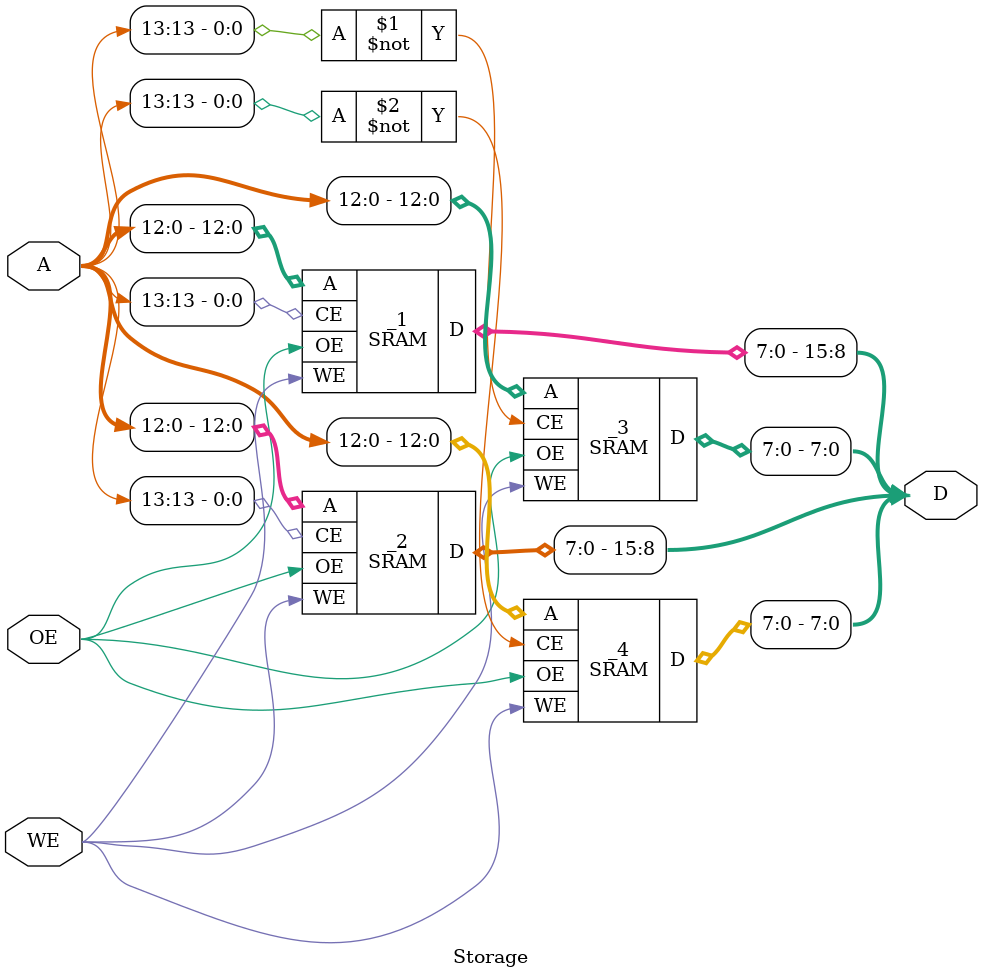
<source format=sv>

module SRAM (
    input CE, OE, WE,
    input [12:0] A,
    output [7:0] D
    );
endmodule

module Storage (
    input OE, WE,
    input [13:0] A,
    output [15:0] D
    );
    SRAM _1(A[13], OE, WE, A[12:0], D[15:8]);
    SRAM _2(A[13], OE, WE, A[12:0], D[15:8]);
    SRAM _3(~A[13], OE, WE, A[12:0], D[7:0]);
    SRAM _4(~A[13], OE, WE, A[12:0], D[7:0]);
endmodule
</source>
